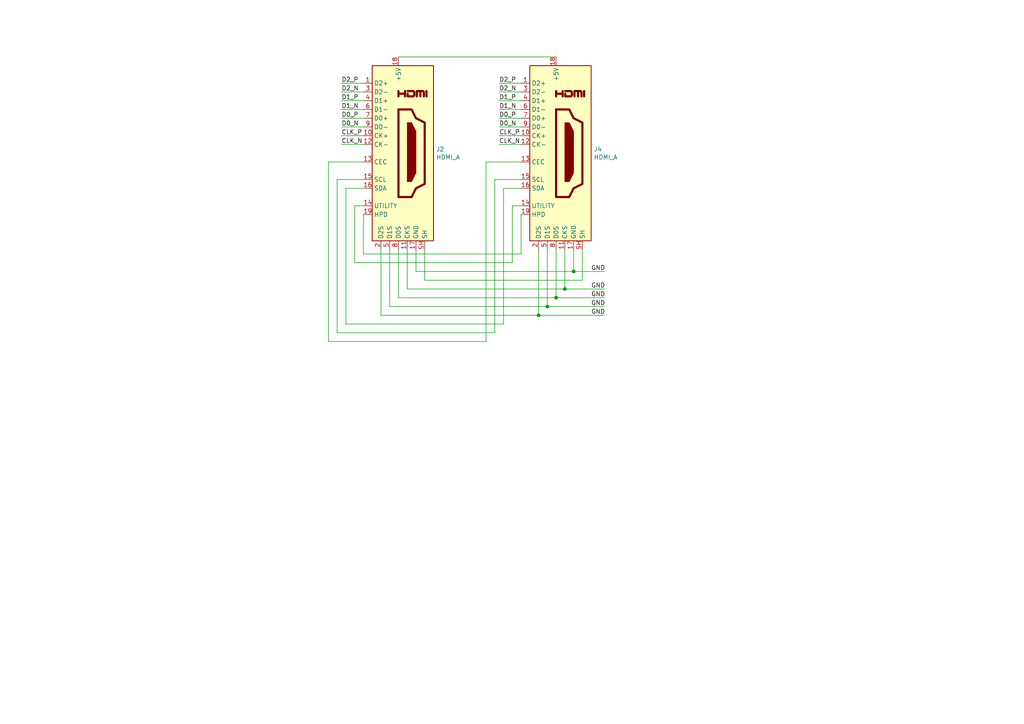
<source format=kicad_sch>
(kicad_sch (version 20211123) (generator eeschema)
  (paper "A4")
  (lib_symbols
    (symbol "Connector:HDMI_A"
      (property "Reference" "J" (at -6.35 26.67 0))
      (property "Value" "HDMI_A" (at 10.16 26.67 0))
      (symbol "HDMI_A_0_0"
        (polyline (pts (xy 8.128 16.51) (xy 8.128 18.034)) (stroke (width 0.635)))
        (polyline (pts (xy 0 16.51) (xy 0 18.034) (xy 0 17.272) (xy 1.905 17.272) (xy 1.905 18.034) (xy 1.905 16.51)) (stroke (width 0.635)))
        (polyline (pts (xy 2.667 18.034) (xy 4.318 18.034) (xy 4.572 17.78) (xy 4.572 16.764) (xy 4.318 16.51) (xy 2.667 16.51) (xy 2.667 17.272)) (stroke (width 0.635)))
      )
      (symbol "HDMI_A_0_1"
        (rectangle (start -7.62 25.4) (end 10.16 -25.4) (stroke (width 0.254)) (fill (type background)))
        (polyline (pts (xy 2.54 8.89) (xy 3.81 8.89) (xy 5.08 6.35) (xy 5.08 -5.715) (xy 3.81 -8.255) (xy 2.54 -8.255) (xy 2.54 8.89)) (fill (type outline)))
        (polyline (pts (xy 5.334 16.51) (xy 5.334 18.034) (xy 6.35 18.034) (xy 6.35 16.51) (xy 6.35 18.034) (xy 7.112 18.034) (xy 7.366 17.78) (xy 7.366 16.51)) (stroke (width 0.635)))
        (polyline (pts (xy 0 12.7) (xy 0 -12.7) (xy 3.81 -12.7) (xy 5.08 -10.16) (xy 7.62 -8.89) (xy 7.62 8.89) (xy 5.08 10.16) (xy 3.81 12.7) (xy 0 12.7)) (stroke (width 0.635)))
      )
      (symbol "HDMI_A_1_1"
        (pin passive line (at -10.16 20.32 0) (length 2.54) (name "D2+") (number "1"))
        (pin passive line (at -10.16 5.08 0) (length 2.54) (name "CK+") (number "10"))
        (pin power_in line (at 2.54 -27.94 90) (length 2.54) (name "CKS") (number "11"))
        (pin passive line (at -10.16 2.54 0) (length 2.54) (name "CK-") (number "12"))
        (pin bidirectional line (at -10.16 -2.54 0) (length 2.54) (name "CEC") (number "13"))
        (pin passive line (at -10.16 -15.24 0) (length 2.54) (name "UTILITY") (number "14"))
        (pin passive line (at -10.16 -7.62 0) (length 2.54) (name "SCL") (number "15"))
        (pin bidirectional line (at -10.16 -10.16 0) (length 2.54) (name "SDA") (number "16"))
        (pin power_in line (at 5.08 -27.94 90) (length 2.54) (name "GND") (number "17"))
        (pin power_in line (at 0 27.94 270) (length 2.54) (name "+5V") (number "18"))
        (pin passive line (at -10.16 -17.78 0) (length 2.54) (name "HPD") (number "19"))
        (pin power_in line (at -5.08 -27.94 90) (length 2.54) (name "D2S") (number "2"))
        (pin passive line (at -10.16 17.78 0) (length 2.54) (name "D2-") (number "3"))
        (pin passive line (at -10.16 15.24 0) (length 2.54) (name "D1+") (number "4"))
        (pin power_in line (at -2.54 -27.94 90) (length 2.54) (name "D1S") (number "5"))
        (pin passive line (at -10.16 12.7 0) (length 2.54) (name "D1-") (number "6"))
        (pin passive line (at -10.16 10.16 0) (length 2.54) (name "D0+") (number "7"))
        (pin power_in line (at 0 -27.94 90) (length 2.54) (name "D0S") (number "8"))
        (pin passive line (at -10.16 7.62 0) (length 2.54) (name "D0-") (number "9"))
        (pin passive line (at 7.62 -27.94 90) (length 2.54) (name "SH") (number "SH"))
      )
    )
  )
  (junction (at 161.29 86.36))
  (junction (at 158.75 88.9))
  (junction (at 166.37 78.74))
  (junction (at 156.21 91.44))
  (junction (at 163.83 83.82))
  (wire (pts (xy 143.51 96.52) (xy 143.51 52.07)))
  (wire (pts (xy 105.41 73.66) (xy 151.13 73.66)))
  (wire (pts (xy 151.13 73.66) (xy 151.13 62.23)))
  (wire (pts (xy 163.83 83.82) (xy 163.83 72.39)))
  (wire (pts (xy 95.25 46.99) (xy 95.25 99.06)))
  (wire (pts (xy 151.13 26.67) (xy 144.78 26.67)))
  (wire (pts (xy 166.37 78.74) (xy 175.26 78.74)))
  (wire (pts (xy 95.25 99.06) (xy 140.97 99.06)))
  (wire (pts (xy 158.75 88.9) (xy 158.75 72.39)))
  (wire (pts (xy 105.41 24.13) (xy 99.06 24.13)))
  (wire (pts (xy 118.11 72.39) (xy 118.11 83.82)))
  (wire (pts (xy 156.21 91.44) (xy 156.21 72.39)))
  (wire (pts (xy 140.97 46.99) (xy 151.13 46.99)))
  (wire (pts (xy 151.13 34.29) (xy 144.78 34.29)))
  (wire (pts (xy 97.79 52.07) (xy 97.79 96.52)))
  (wire (pts (xy 102.87 76.2) (xy 148.59 76.2)))
  (wire (pts (xy 120.65 72.39) (xy 120.65 78.74)))
  (wire (pts (xy 105.41 52.07) (xy 97.79 52.07)))
  (wire (pts (xy 113.03 88.9) (xy 158.75 88.9)))
  (wire (pts (xy 100.33 93.98) (xy 146.05 93.98)))
  (wire (pts (xy 105.41 54.61) (xy 100.33 54.61)))
  (wire (pts (xy 105.41 29.21) (xy 99.06 29.21)))
  (wire (pts (xy 143.51 52.07) (xy 151.13 52.07)))
  (wire (pts (xy 146.05 54.61) (xy 151.13 54.61)))
  (wire (pts (xy 118.11 83.82) (xy 163.83 83.82)))
  (wire (pts (xy 113.03 72.39) (xy 113.03 88.9)))
  (wire (pts (xy 151.13 29.21) (xy 144.78 29.21)))
  (wire (pts (xy 105.41 62.23) (xy 105.41 73.66)))
  (wire (pts (xy 105.41 59.69) (xy 102.87 59.69)))
  (wire (pts (xy 105.41 34.29) (xy 99.06 34.29)))
  (wire (pts (xy 105.41 46.99) (xy 95.25 46.99)))
  (wire (pts (xy 115.57 16.51) (xy 161.29 16.51)))
  (wire (pts (xy 102.87 59.69) (xy 102.87 76.2)))
  (wire (pts (xy 140.97 99.06) (xy 140.97 46.99)))
  (wire (pts (xy 110.49 72.39) (xy 110.49 91.44)))
  (wire (pts (xy 110.49 91.44) (xy 156.21 91.44)))
  (wire (pts (xy 100.33 54.61) (xy 100.33 93.98)))
  (wire (pts (xy 168.91 81.28) (xy 168.91 72.39)))
  (wire (pts (xy 151.13 39.37) (xy 144.78 39.37)))
  (wire (pts (xy 146.05 93.98) (xy 146.05 54.61)))
  (wire (pts (xy 148.59 76.2) (xy 148.59 59.69)))
  (wire (pts (xy 158.75 88.9) (xy 175.26 88.9)))
  (wire (pts (xy 151.13 41.91) (xy 144.78 41.91)))
  (wire (pts (xy 105.41 41.91) (xy 99.06 41.91)))
  (wire (pts (xy 151.13 36.83) (xy 144.78 36.83)))
  (wire (pts (xy 123.19 72.39) (xy 123.19 81.28)))
  (wire (pts (xy 105.41 39.37) (xy 99.06 39.37)))
  (wire (pts (xy 151.13 31.75) (xy 144.78 31.75)))
  (wire (pts (xy 161.29 86.36) (xy 175.26 86.36)))
  (wire (pts (xy 120.65 78.74) (xy 166.37 78.74)))
  (wire (pts (xy 115.57 86.36) (xy 161.29 86.36)))
  (wire (pts (xy 97.79 96.52) (xy 143.51 96.52)))
  (wire (pts (xy 166.37 78.74) (xy 166.37 72.39)))
  (wire (pts (xy 123.19 81.28) (xy 168.91 81.28)))
  (wire (pts (xy 156.21 91.44) (xy 175.26 91.44)))
  (wire (pts (xy 148.59 59.69) (xy 151.13 59.69)))
  (wire (pts (xy 105.41 31.75) (xy 99.06 31.75)))
  (wire (pts (xy 151.13 24.13) (xy 144.78 24.13)))
  (wire (pts (xy 105.41 26.67) (xy 99.06 26.67)))
  (wire (pts (xy 163.83 83.82) (xy 175.26 83.82)))
  (wire (pts (xy 161.29 86.36) (xy 161.29 72.39)))
  (wire (pts (xy 105.41 36.83) (xy 99.06 36.83)))
  (wire (pts (xy 115.57 72.39) (xy 115.57 86.36)))
  (label "D0_P" (at 99.06 34.29 0))
  (label "CLK_P" (at 144.78 39.37 0))
  (label "CLK_N" (at 99.06 41.91 0))
  (label "D0_P" (at 144.78 34.29 0))
  (label "D2_P" (at 144.78 24.13 0))
  (label "D1_N" (at 99.06 31.75 0))
  (label "D2_N" (at 99.06 26.67 0))
  (label "D0_N" (at 99.06 36.83 0))
  (label "D1_P" (at 144.78 29.21 0))
  (label "CLK_P" (at 99.06 39.37 0))
  (label "D1_N" (at 144.78 31.75 0))
  (label "D0_N" (at 144.78 36.83 0))
  (label "D1_P" (at 99.06 29.21 0))
  (label "GND" (at 171.45 83.82 0))
  (label "GND" (at 171.45 88.9 0))
  (label "GND" (at 171.45 91.44 0))
  (label "GND" (at 171.45 86.36 0))
  (label "GND" (at 171.45 78.74 0))
  (label "CLK_N" (at 144.78 41.91 0))
  (label "D2_P" (at 99.06 24.13 0))
  (label "D2_N" (at 144.78 26.67 0))
  (symbol (lib_id "Connector:HDMI_A") (at 115.57 44.45 0) (unit 1)
    (property "Reference" "J2" (at 126.492 43.2816 0) (effects (justify left)))
    (property "Value" "HDMI_A" (at 126.492 45.593 0) (effects (justify left)))
    (property "Footprint" "ymm:HDMI_A_Kycon_KDMIX-SL1-NS-WS-B15_VerticalRightAngle" (effects hide))
    (property "Datasheet" "https://en.wikipedia.org/wiki/HDMI" (effects hide))
  )
  (symbol (lib_id "Connector:HDMI_A") (at 161.29 44.45 0) (unit 1)
    (property "Reference" "J4" (at 172.212 43.2816 0) (effects (justify left)))
    (property "Value" "HDMI_A" (at 172.212 45.593 0) (effects (justify left)))
    (property "Footprint" "ymm:HDMI_A_Kycon_KDMIX-SL1-NS-WS-B15_VerticalRightAngle" (effects hide))
    (property "Datasheet" "https://en.wikipedia.org/wiki/HDMI" (effects hide))
  )
)
</source>
